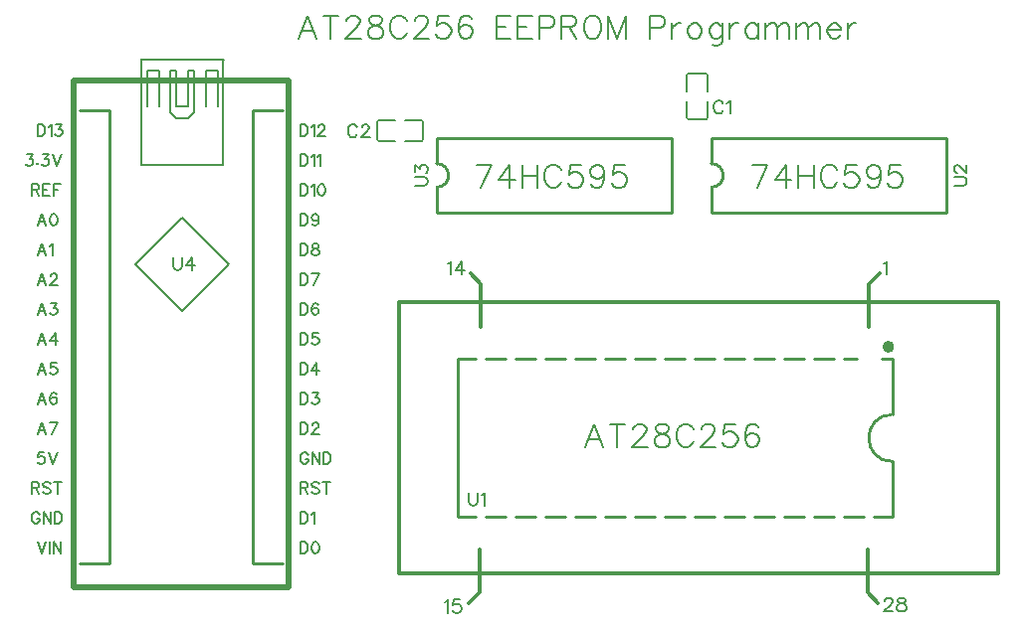
<source format=gto>
G04 Layer: TopSilkLayer*
G04 Gerber Generator version 0.2*
G04 Scale: 100 percent, Rotated: No, Reflected: No *
G04 Dimensions in millimeters *
G04 leading zeros omitted , absolute positions ,4 integer and 5 decimal *
%FSLAX45Y45*%
%MOMM*%

%ADD10C,0.2540*%
%ADD21C,0.5000*%
%ADD22C,0.3000*%
%ADD23C,0.1524*%
%ADD24C,0.5080*%
%ADD25C,0.2032*%

%LPD*%
D25*
X5825489Y1779778D02*
G01*
X5751576Y1585976D01*
X5825489Y1779778D02*
G01*
X5899403Y1585976D01*
X5779262Y1650492D02*
G01*
X5871717Y1650492D01*
X6024880Y1779778D02*
G01*
X6024880Y1585976D01*
X5960364Y1779778D02*
G01*
X6089650Y1779778D01*
X6159753Y1733550D02*
G01*
X6159753Y1742947D01*
X6169151Y1761489D01*
X6178296Y1770634D01*
X6196837Y1779778D01*
X6233667Y1779778D01*
X6252210Y1770634D01*
X6261353Y1761489D01*
X6270751Y1742947D01*
X6270751Y1724405D01*
X6261353Y1705863D01*
X6243066Y1678178D01*
X6150610Y1585976D01*
X6279896Y1585976D01*
X6387084Y1779778D02*
G01*
X6359398Y1770634D01*
X6350000Y1752092D01*
X6350000Y1733550D01*
X6359398Y1715262D01*
X6377685Y1705863D01*
X6414769Y1696720D01*
X6442455Y1687576D01*
X6460998Y1669034D01*
X6470142Y1650492D01*
X6470142Y1622805D01*
X6460998Y1604263D01*
X6451600Y1595120D01*
X6423914Y1585976D01*
X6387084Y1585976D01*
X6359398Y1595120D01*
X6350000Y1604263D01*
X6340855Y1622805D01*
X6340855Y1650492D01*
X6350000Y1669034D01*
X6368542Y1687576D01*
X6396228Y1696720D01*
X6433312Y1705863D01*
X6451600Y1715262D01*
X6460998Y1733550D01*
X6460998Y1752092D01*
X6451600Y1770634D01*
X6423914Y1779778D01*
X6387084Y1779778D01*
X6669785Y1733550D02*
G01*
X6660387Y1752092D01*
X6641846Y1770634D01*
X6623558Y1779778D01*
X6586473Y1779778D01*
X6568185Y1770634D01*
X6549644Y1752092D01*
X6540246Y1733550D01*
X6531101Y1705863D01*
X6531101Y1659889D01*
X6540246Y1631950D01*
X6549644Y1613662D01*
X6568185Y1595120D01*
X6586473Y1585976D01*
X6623558Y1585976D01*
X6641846Y1595120D01*
X6660387Y1613662D01*
X6669785Y1631950D01*
X6739889Y1733550D02*
G01*
X6739889Y1742947D01*
X6749034Y1761489D01*
X6758432Y1770634D01*
X6776719Y1779778D01*
X6813803Y1779778D01*
X6832346Y1770634D01*
X6841489Y1761489D01*
X6850634Y1742947D01*
X6850634Y1724405D01*
X6841489Y1705863D01*
X6822948Y1678178D01*
X6730746Y1585976D01*
X6860032Y1585976D01*
X7031735Y1779778D02*
G01*
X6939280Y1779778D01*
X6930135Y1696720D01*
X6939280Y1705863D01*
X6966966Y1715262D01*
X6994905Y1715262D01*
X7022592Y1705863D01*
X7040880Y1687576D01*
X7050278Y1659889D01*
X7050278Y1641347D01*
X7040880Y1613662D01*
X7022592Y1595120D01*
X6994905Y1585976D01*
X6966966Y1585976D01*
X6939280Y1595120D01*
X6930135Y1604263D01*
X6920992Y1622805D01*
X7221982Y1752092D02*
G01*
X7212837Y1770634D01*
X7185151Y1779778D01*
X7166610Y1779778D01*
X7138923Y1770634D01*
X7120382Y1742947D01*
X7111237Y1696720D01*
X7111237Y1650492D01*
X7120382Y1613662D01*
X7138923Y1595120D01*
X7166610Y1585976D01*
X7175753Y1585976D01*
X7203439Y1595120D01*
X7221982Y1613662D01*
X7231126Y1641347D01*
X7231126Y1650492D01*
X7221982Y1678178D01*
X7203439Y1696720D01*
X7175753Y1705863D01*
X7166610Y1705863D01*
X7138923Y1696720D01*
X7120382Y1678178D01*
X7111237Y1650492D01*
X3387089Y5259578D02*
G01*
X3313176Y5065776D01*
X3387089Y5259578D02*
G01*
X3461003Y5065776D01*
X3340862Y5130292D02*
G01*
X3433317Y5130292D01*
X3586480Y5259578D02*
G01*
X3586480Y5065776D01*
X3521964Y5259578D02*
G01*
X3651250Y5259578D01*
X3721353Y5213350D02*
G01*
X3721353Y5222747D01*
X3730751Y5241289D01*
X3739896Y5250434D01*
X3758437Y5259578D01*
X3795267Y5259578D01*
X3813810Y5250434D01*
X3822953Y5241289D01*
X3832351Y5222747D01*
X3832351Y5204205D01*
X3822953Y5185663D01*
X3804666Y5157978D01*
X3712210Y5065776D01*
X3841496Y5065776D01*
X3948684Y5259578D02*
G01*
X3920998Y5250434D01*
X3911600Y5231892D01*
X3911600Y5213350D01*
X3920998Y5195062D01*
X3939285Y5185663D01*
X3976369Y5176520D01*
X4004055Y5167376D01*
X4022598Y5148834D01*
X4031742Y5130292D01*
X4031742Y5102605D01*
X4022598Y5084063D01*
X4013200Y5074920D01*
X3985514Y5065776D01*
X3948684Y5065776D01*
X3920998Y5074920D01*
X3911600Y5084063D01*
X3902455Y5102605D01*
X3902455Y5130292D01*
X3911600Y5148834D01*
X3930142Y5167376D01*
X3957828Y5176520D01*
X3994912Y5185663D01*
X4013200Y5195062D01*
X4022598Y5213350D01*
X4022598Y5231892D01*
X4013200Y5250434D01*
X3985514Y5259578D01*
X3948684Y5259578D01*
X4231385Y5213350D02*
G01*
X4221987Y5231892D01*
X4203446Y5250434D01*
X4185157Y5259578D01*
X4148073Y5259578D01*
X4129785Y5250434D01*
X4111244Y5231892D01*
X4101846Y5213350D01*
X4092701Y5185663D01*
X4092701Y5139689D01*
X4101846Y5111750D01*
X4111244Y5093462D01*
X4129785Y5074920D01*
X4148073Y5065776D01*
X4185157Y5065776D01*
X4203446Y5074920D01*
X4221987Y5093462D01*
X4231385Y5111750D01*
X4301489Y5213350D02*
G01*
X4301489Y5222747D01*
X4310634Y5241289D01*
X4320032Y5250434D01*
X4338319Y5259578D01*
X4375403Y5259578D01*
X4393946Y5250434D01*
X4403089Y5241289D01*
X4412234Y5222747D01*
X4412234Y5204205D01*
X4403089Y5185663D01*
X4384548Y5157978D01*
X4292346Y5065776D01*
X4421632Y5065776D01*
X4593335Y5259578D02*
G01*
X4500880Y5259578D01*
X4491735Y5176520D01*
X4500880Y5185663D01*
X4528566Y5195062D01*
X4556505Y5195062D01*
X4584192Y5185663D01*
X4602480Y5167376D01*
X4611878Y5139689D01*
X4611878Y5121147D01*
X4602480Y5093462D01*
X4584192Y5074920D01*
X4556505Y5065776D01*
X4528566Y5065776D01*
X4500880Y5074920D01*
X4491735Y5084063D01*
X4482592Y5102605D01*
X4783582Y5231892D02*
G01*
X4774437Y5250434D01*
X4746751Y5259578D01*
X4728210Y5259578D01*
X4700523Y5250434D01*
X4681982Y5222747D01*
X4672837Y5176520D01*
X4672837Y5130292D01*
X4681982Y5093462D01*
X4700523Y5074920D01*
X4728210Y5065776D01*
X4737353Y5065776D01*
X4765039Y5074920D01*
X4783582Y5093462D01*
X4792726Y5121147D01*
X4792726Y5130292D01*
X4783582Y5157978D01*
X4765039Y5176520D01*
X4737353Y5185663D01*
X4728210Y5185663D01*
X4700523Y5176520D01*
X4681982Y5157978D01*
X4672837Y5130292D01*
X4995926Y5259578D02*
G01*
X4995926Y5065776D01*
X4995926Y5259578D02*
G01*
X5116067Y5259578D01*
X4995926Y5167376D02*
G01*
X5069839Y5167376D01*
X4995926Y5065776D02*
G01*
X5116067Y5065776D01*
X5177028Y5259578D02*
G01*
X5177028Y5065776D01*
X5177028Y5259578D02*
G01*
X5297169Y5259578D01*
X5177028Y5167376D02*
G01*
X5250942Y5167376D01*
X5177028Y5065776D02*
G01*
X5297169Y5065776D01*
X5358130Y5259578D02*
G01*
X5358130Y5065776D01*
X5358130Y5259578D02*
G01*
X5441187Y5259578D01*
X5468873Y5250434D01*
X5478271Y5241289D01*
X5487416Y5222747D01*
X5487416Y5195062D01*
X5478271Y5176520D01*
X5468873Y5167376D01*
X5441187Y5157978D01*
X5358130Y5157978D01*
X5548376Y5259578D02*
G01*
X5548376Y5065776D01*
X5548376Y5259578D02*
G01*
X5631434Y5259578D01*
X5659119Y5250434D01*
X5668517Y5241289D01*
X5677662Y5222747D01*
X5677662Y5204205D01*
X5668517Y5185663D01*
X5659119Y5176520D01*
X5631434Y5167376D01*
X5548376Y5167376D01*
X5613146Y5167376D02*
G01*
X5677662Y5065776D01*
X5793994Y5259578D02*
G01*
X5775705Y5250434D01*
X5757164Y5231892D01*
X5747766Y5213350D01*
X5738621Y5185663D01*
X5738621Y5139689D01*
X5747766Y5111750D01*
X5757164Y5093462D01*
X5775705Y5074920D01*
X5793994Y5065776D01*
X5831078Y5065776D01*
X5849366Y5074920D01*
X5867907Y5093462D01*
X5877305Y5111750D01*
X5886450Y5139689D01*
X5886450Y5185663D01*
X5877305Y5213350D01*
X5867907Y5231892D01*
X5849366Y5250434D01*
X5831078Y5259578D01*
X5793994Y5259578D01*
X5947410Y5259578D02*
G01*
X5947410Y5065776D01*
X5947410Y5259578D02*
G01*
X6021323Y5065776D01*
X6095237Y5259578D02*
G01*
X6021323Y5065776D01*
X6095237Y5259578D02*
G01*
X6095237Y5065776D01*
X6298437Y5259578D02*
G01*
X6298437Y5065776D01*
X6298437Y5259578D02*
G01*
X6381496Y5259578D01*
X6409182Y5250434D01*
X6418326Y5241289D01*
X6427723Y5222747D01*
X6427723Y5195062D01*
X6418326Y5176520D01*
X6409182Y5167376D01*
X6381496Y5157978D01*
X6298437Y5157978D01*
X6488684Y5195062D02*
G01*
X6488684Y5065776D01*
X6488684Y5139689D02*
G01*
X6497828Y5167376D01*
X6516369Y5185663D01*
X6534912Y5195062D01*
X6562598Y5195062D01*
X6669785Y5195062D02*
G01*
X6651244Y5185663D01*
X6632701Y5167376D01*
X6623558Y5139689D01*
X6623558Y5121147D01*
X6632701Y5093462D01*
X6651244Y5074920D01*
X6669785Y5065776D01*
X6697471Y5065776D01*
X6715760Y5074920D01*
X6734301Y5093462D01*
X6743446Y5121147D01*
X6743446Y5139689D01*
X6734301Y5167376D01*
X6715760Y5185663D01*
X6697471Y5195062D01*
X6669785Y5195062D01*
X6915403Y5195062D02*
G01*
X6915403Y5047234D01*
X6906005Y5019547D01*
X6896862Y5010150D01*
X6878319Y5001005D01*
X6850634Y5001005D01*
X6832346Y5010150D01*
X6915403Y5167376D02*
G01*
X6896862Y5185663D01*
X6878319Y5195062D01*
X6850634Y5195062D01*
X6832346Y5185663D01*
X6813803Y5167376D01*
X6804405Y5139689D01*
X6804405Y5121147D01*
X6813803Y5093462D01*
X6832346Y5074920D01*
X6850634Y5065776D01*
X6878319Y5065776D01*
X6896862Y5074920D01*
X6915403Y5093462D01*
X6976364Y5195062D02*
G01*
X6976364Y5065776D01*
X6976364Y5139689D02*
G01*
X6985508Y5167376D01*
X7004050Y5185663D01*
X7022592Y5195062D01*
X7050278Y5195062D01*
X7221982Y5195062D02*
G01*
X7221982Y5065776D01*
X7221982Y5167376D02*
G01*
X7203439Y5185663D01*
X7185151Y5195062D01*
X7157466Y5195062D01*
X7138923Y5185663D01*
X7120382Y5167376D01*
X7111237Y5139689D01*
X7111237Y5121147D01*
X7120382Y5093462D01*
X7138923Y5074920D01*
X7157466Y5065776D01*
X7185151Y5065776D01*
X7203439Y5074920D01*
X7221982Y5093462D01*
X7282942Y5195062D02*
G01*
X7282942Y5065776D01*
X7282942Y5157978D02*
G01*
X7310628Y5185663D01*
X7329169Y5195062D01*
X7356855Y5195062D01*
X7375398Y5185663D01*
X7384542Y5157978D01*
X7384542Y5065776D01*
X7384542Y5157978D02*
G01*
X7412228Y5185663D01*
X7430769Y5195062D01*
X7458455Y5195062D01*
X7476998Y5185663D01*
X7486142Y5157978D01*
X7486142Y5065776D01*
X7547101Y5195062D02*
G01*
X7547101Y5065776D01*
X7547101Y5157978D02*
G01*
X7574787Y5185663D01*
X7593330Y5195062D01*
X7621016Y5195062D01*
X7639558Y5185663D01*
X7648701Y5157978D01*
X7648701Y5065776D01*
X7648701Y5157978D02*
G01*
X7676387Y5185663D01*
X7694930Y5195062D01*
X7722616Y5195062D01*
X7741158Y5185663D01*
X7750301Y5157978D01*
X7750301Y5065776D01*
X7811262Y5139689D02*
G01*
X7922005Y5139689D01*
X7922005Y5157978D01*
X7912862Y5176520D01*
X7903717Y5185663D01*
X7885176Y5195062D01*
X7857489Y5195062D01*
X7838948Y5185663D01*
X7820405Y5167376D01*
X7811262Y5139689D01*
X7811262Y5121147D01*
X7820405Y5093462D01*
X7838948Y5074920D01*
X7857489Y5065776D01*
X7885176Y5065776D01*
X7903717Y5074920D01*
X7922005Y5093462D01*
X7982966Y5195062D02*
G01*
X7982966Y5065776D01*
X7982966Y5139689D02*
G01*
X7992364Y5167376D01*
X8010905Y5185663D01*
X8029194Y5195062D01*
X8056880Y5195062D01*
X7303262Y3989578D02*
G01*
X7210805Y3795776D01*
X7173976Y3989578D02*
G01*
X7303262Y3989578D01*
X7456678Y3989578D02*
G01*
X7364221Y3860292D01*
X7502905Y3860292D01*
X7456678Y3989578D02*
G01*
X7456678Y3795776D01*
X7563866Y3989578D02*
G01*
X7563866Y3795776D01*
X7693151Y3989578D02*
G01*
X7693151Y3795776D01*
X7563866Y3897376D02*
G01*
X7693151Y3897376D01*
X7892542Y3943350D02*
G01*
X7883398Y3961892D01*
X7864855Y3980434D01*
X7846314Y3989578D01*
X7809484Y3989578D01*
X7790942Y3980434D01*
X7772400Y3961892D01*
X7763255Y3943350D01*
X7754112Y3915663D01*
X7754112Y3869689D01*
X7763255Y3841750D01*
X7772400Y3823462D01*
X7790942Y3804920D01*
X7809484Y3795776D01*
X7846314Y3795776D01*
X7864855Y3804920D01*
X7883398Y3823462D01*
X7892542Y3841750D01*
X8064246Y3989578D02*
G01*
X7972044Y3989578D01*
X7962646Y3906520D01*
X7972044Y3915663D01*
X7999730Y3925062D01*
X8027416Y3925062D01*
X8055101Y3915663D01*
X8073644Y3897376D01*
X8082787Y3869689D01*
X8082787Y3851147D01*
X8073644Y3823462D01*
X8055101Y3804920D01*
X8027416Y3795776D01*
X7999730Y3795776D01*
X7972044Y3804920D01*
X7962646Y3814063D01*
X7953501Y3832605D01*
X8263889Y3925062D02*
G01*
X8254746Y3897376D01*
X8236203Y3878834D01*
X8208517Y3869689D01*
X8199119Y3869689D01*
X8171434Y3878834D01*
X8153146Y3897376D01*
X8143748Y3925062D01*
X8143748Y3934205D01*
X8153146Y3961892D01*
X8171434Y3980434D01*
X8199119Y3989578D01*
X8208517Y3989578D01*
X8236203Y3980434D01*
X8254746Y3961892D01*
X8263889Y3925062D01*
X8263889Y3878834D01*
X8254746Y3832605D01*
X8236203Y3804920D01*
X8208517Y3795776D01*
X8189976Y3795776D01*
X8162289Y3804920D01*
X8153146Y3823462D01*
X8435594Y3989578D02*
G01*
X8343392Y3989578D01*
X8333994Y3906520D01*
X8343392Y3915663D01*
X8371078Y3925062D01*
X8398764Y3925062D01*
X8426450Y3915663D01*
X8444992Y3897376D01*
X8454135Y3869689D01*
X8454135Y3851147D01*
X8444992Y3823462D01*
X8426450Y3804920D01*
X8398764Y3795776D01*
X8371078Y3795776D01*
X8343392Y3804920D01*
X8333994Y3814063D01*
X8324850Y3832605D01*
X4953762Y3989578D02*
G01*
X4861305Y3795776D01*
X4824476Y3989578D02*
G01*
X4953762Y3989578D01*
X5107178Y3989578D02*
G01*
X5014721Y3860292D01*
X5153405Y3860292D01*
X5107178Y3989578D02*
G01*
X5107178Y3795776D01*
X5214366Y3989578D02*
G01*
X5214366Y3795776D01*
X5343651Y3989578D02*
G01*
X5343651Y3795776D01*
X5214366Y3897376D02*
G01*
X5343651Y3897376D01*
X5543042Y3943350D02*
G01*
X5533898Y3961892D01*
X5515355Y3980434D01*
X5496814Y3989578D01*
X5459984Y3989578D01*
X5441442Y3980434D01*
X5422900Y3961892D01*
X5413755Y3943350D01*
X5404612Y3915663D01*
X5404612Y3869689D01*
X5413755Y3841750D01*
X5422900Y3823462D01*
X5441442Y3804920D01*
X5459984Y3795776D01*
X5496814Y3795776D01*
X5515355Y3804920D01*
X5533898Y3823462D01*
X5543042Y3841750D01*
X5714746Y3989578D02*
G01*
X5622544Y3989578D01*
X5613146Y3906520D01*
X5622544Y3915663D01*
X5650230Y3925062D01*
X5677916Y3925062D01*
X5705601Y3915663D01*
X5724144Y3897376D01*
X5733287Y3869689D01*
X5733287Y3851147D01*
X5724144Y3823462D01*
X5705601Y3804920D01*
X5677916Y3795776D01*
X5650230Y3795776D01*
X5622544Y3804920D01*
X5613146Y3814063D01*
X5604001Y3832605D01*
X5914389Y3925062D02*
G01*
X5905246Y3897376D01*
X5886703Y3878834D01*
X5859017Y3869689D01*
X5849619Y3869689D01*
X5821934Y3878834D01*
X5803646Y3897376D01*
X5794248Y3925062D01*
X5794248Y3934205D01*
X5803646Y3961892D01*
X5821934Y3980434D01*
X5849619Y3989578D01*
X5859017Y3989578D01*
X5886703Y3980434D01*
X5905246Y3961892D01*
X5914389Y3925062D01*
X5914389Y3878834D01*
X5905246Y3832605D01*
X5886703Y3804920D01*
X5859017Y3795776D01*
X5840476Y3795776D01*
X5812789Y3804920D01*
X5803646Y3823462D01*
X6086094Y3989578D02*
G01*
X5993892Y3989578D01*
X5984494Y3906520D01*
X5993892Y3915663D01*
X6021578Y3925062D01*
X6049264Y3925062D01*
X6076950Y3915663D01*
X6095492Y3897376D01*
X6104635Y3869689D01*
X6104635Y3851147D01*
X6095492Y3823462D01*
X6076950Y3804920D01*
X6049264Y3795776D01*
X6021578Y3795776D01*
X5993892Y3804920D01*
X5984494Y3814063D01*
X5975350Y3832605D01*
X8291576Y3147313D02*
G01*
X8302498Y3152647D01*
X8318753Y3169157D01*
X8318753Y3054604D01*
X4583176Y3147313D02*
G01*
X4594098Y3152647D01*
X4610353Y3169157D01*
X4610353Y3054604D01*
X4701032Y3169157D02*
G01*
X4646421Y3092704D01*
X4728210Y3092704D01*
X4701032Y3169157D02*
G01*
X4701032Y3054604D01*
X8296910Y271526D02*
G01*
X8296910Y277113D01*
X8302498Y288036D01*
X8307832Y293370D01*
X8318753Y298957D01*
X8340598Y298957D01*
X8351519Y293370D01*
X8357108Y288036D01*
X8362442Y277113D01*
X8362442Y266192D01*
X8357108Y255270D01*
X8346185Y239013D01*
X8291576Y184404D01*
X8368030Y184404D01*
X8431276Y298957D02*
G01*
X8414766Y293370D01*
X8409432Y282447D01*
X8409432Y271526D01*
X8414766Y260604D01*
X8425687Y255270D01*
X8447532Y249681D01*
X8464042Y244347D01*
X8474964Y233426D01*
X8480298Y222504D01*
X8480298Y206247D01*
X8474964Y195326D01*
X8469376Y189737D01*
X8453119Y184404D01*
X8431276Y184404D01*
X8414766Y189737D01*
X8409432Y195326D01*
X8403844Y206247D01*
X8403844Y222504D01*
X8409432Y233426D01*
X8420353Y244347D01*
X8436610Y249681D01*
X8458453Y255270D01*
X8469376Y260604D01*
X8474964Y271526D01*
X8474964Y282447D01*
X8469376Y293370D01*
X8453119Y298957D01*
X8431276Y298957D01*
X4557776Y264413D02*
G01*
X4568698Y269747D01*
X4584953Y286257D01*
X4584953Y171704D01*
X4686553Y286257D02*
G01*
X4631944Y286257D01*
X4626610Y236981D01*
X4631944Y242570D01*
X4648200Y247904D01*
X4664710Y247904D01*
X4680966Y242570D01*
X4691887Y231647D01*
X4697476Y215392D01*
X4697476Y204470D01*
X4691887Y187960D01*
X4680966Y177037D01*
X4664710Y171704D01*
X4648200Y171704D01*
X4631944Y177037D01*
X4626610Y182626D01*
X4621021Y193547D01*
D23*
X6921753Y4509007D02*
G01*
X6916419Y4519421D01*
X6906005Y4529836D01*
X6895846Y4534915D01*
X6875017Y4534915D01*
X6864603Y4529836D01*
X6854189Y4519421D01*
X6848855Y4509007D01*
X6843776Y4493260D01*
X6843776Y4467352D01*
X6848855Y4451857D01*
X6854189Y4441444D01*
X6864603Y4431029D01*
X6875017Y4425950D01*
X6895846Y4425950D01*
X6906005Y4431029D01*
X6916419Y4441444D01*
X6921753Y4451857D01*
X6956044Y4514087D02*
G01*
X6966458Y4519421D01*
X6981951Y4534915D01*
X6981951Y4425950D01*
X3810253Y4305807D02*
G01*
X3804919Y4316221D01*
X3794505Y4326636D01*
X3784346Y4331715D01*
X3763517Y4331715D01*
X3753103Y4326636D01*
X3742689Y4316221D01*
X3737355Y4305807D01*
X3732276Y4290060D01*
X3732276Y4264152D01*
X3737355Y4248657D01*
X3742689Y4238244D01*
X3753103Y4227829D01*
X3763517Y4222750D01*
X3784346Y4222750D01*
X3794505Y4227829D01*
X3804919Y4238244D01*
X3810253Y4248657D01*
X3849623Y4305807D02*
G01*
X3849623Y4310887D01*
X3854957Y4321302D01*
X3860037Y4326636D01*
X3870451Y4331715D01*
X3891280Y4331715D01*
X3901694Y4326636D01*
X3906773Y4321302D01*
X3912107Y4310887D01*
X3912107Y4300473D01*
X3906773Y4290060D01*
X3896360Y4274565D01*
X3844544Y4222750D01*
X3917187Y4222750D01*
X4760976Y1194813D02*
G01*
X4760976Y1116835D01*
X4766055Y1101341D01*
X4776469Y1090927D01*
X4792217Y1085847D01*
X4802632Y1085847D01*
X4818126Y1090927D01*
X4828539Y1101341D01*
X4833619Y1116835D01*
X4833619Y1194813D01*
X4867910Y1173985D02*
G01*
X4878323Y1179319D01*
X4894071Y1194813D01*
X4894071Y1085847D01*
X8887460Y3810000D02*
G01*
X8965437Y3810000D01*
X8980932Y3815079D01*
X8991346Y3825494D01*
X8996426Y3841242D01*
X8996426Y3851655D01*
X8991346Y3867150D01*
X8980932Y3877563D01*
X8965437Y3882644D01*
X8887460Y3882644D01*
X8913367Y3922268D02*
G01*
X8908287Y3922268D01*
X8897874Y3927347D01*
X8892539Y3932681D01*
X8887460Y3943095D01*
X8887460Y3963670D01*
X8892539Y3974084D01*
X8897874Y3979418D01*
X8908287Y3984497D01*
X8918701Y3984497D01*
X8929116Y3979418D01*
X8944610Y3969004D01*
X8996426Y3916934D01*
X8996426Y3989831D01*
X4302760Y3810000D02*
G01*
X4380737Y3810000D01*
X4396232Y3815079D01*
X4406646Y3825494D01*
X4411726Y3841242D01*
X4411726Y3851655D01*
X4406646Y3867150D01*
X4396232Y3877563D01*
X4380737Y3882644D01*
X4302760Y3882644D01*
X4302760Y3927347D02*
G01*
X4302760Y3984497D01*
X4344416Y3953510D01*
X4344416Y3969004D01*
X4349496Y3979418D01*
X4354576Y3984497D01*
X4370323Y3989831D01*
X4380737Y3989831D01*
X4396232Y3984497D01*
X4406646Y3974084D01*
X4411726Y3958589D01*
X4411726Y3943095D01*
X4406646Y3927347D01*
X4401566Y3922268D01*
X4391151Y3916934D01*
X2246376Y3201415D02*
G01*
X2246376Y3123437D01*
X2251455Y3107944D01*
X2261869Y3097529D01*
X2277617Y3092450D01*
X2288032Y3092450D01*
X2303526Y3097529D01*
X2313939Y3107944D01*
X2319019Y3123437D01*
X2319019Y3201415D01*
X2405380Y3201415D02*
G01*
X2353310Y3128771D01*
X2431287Y3128771D01*
X2405380Y3201415D02*
G01*
X2405380Y3092450D01*
D25*
X1090676Y4331715D02*
G01*
X1090676Y4234687D01*
X1090676Y4331715D02*
G01*
X1122934Y4331715D01*
X1136904Y4326889D01*
X1146047Y4317745D01*
X1150620Y4308602D01*
X1155446Y4294631D01*
X1155446Y4271518D01*
X1150620Y4257802D01*
X1146047Y4248404D01*
X1136904Y4239260D01*
X1122934Y4234687D01*
X1090676Y4234687D01*
X1185926Y4313173D02*
G01*
X1195070Y4317745D01*
X1208786Y4331715D01*
X1208786Y4234687D01*
X1248664Y4331715D02*
G01*
X1299464Y4331715D01*
X1271778Y4294631D01*
X1285494Y4294631D01*
X1294892Y4290060D01*
X1299464Y4285487D01*
X1304035Y4271518D01*
X1304035Y4262373D01*
X1299464Y4248404D01*
X1290066Y4239260D01*
X1276350Y4234687D01*
X1262380Y4234687D01*
X1248664Y4239260D01*
X1244092Y4243831D01*
X1239266Y4253229D01*
X998220Y4077715D02*
G01*
X1049020Y4077715D01*
X1021334Y4040631D01*
X1035304Y4040631D01*
X1044447Y4036060D01*
X1049020Y4031487D01*
X1053846Y4017518D01*
X1053846Y4008373D01*
X1049020Y3994404D01*
X1039876Y3985260D01*
X1025905Y3980687D01*
X1012189Y3980687D01*
X998220Y3985260D01*
X993647Y3989831D01*
X989076Y3999229D01*
X1088897Y4003802D02*
G01*
X1084326Y3999229D01*
X1088897Y3994404D01*
X1093470Y3999229D01*
X1088897Y4003802D01*
X1133094Y4077715D02*
G01*
X1183894Y4077715D01*
X1156207Y4040631D01*
X1170178Y4040631D01*
X1179321Y4036060D01*
X1183894Y4031487D01*
X1188465Y4017518D01*
X1188465Y4008373D01*
X1183894Y3994404D01*
X1174750Y3985260D01*
X1160780Y3980687D01*
X1147063Y3980687D01*
X1133094Y3985260D01*
X1128521Y3989831D01*
X1123950Y3999229D01*
X1218946Y4077715D02*
G01*
X1256030Y3980687D01*
X1292860Y4077715D02*
G01*
X1256030Y3980687D01*
X1039876Y3823715D02*
G01*
X1039876Y3726687D01*
X1039876Y3823715D02*
G01*
X1081531Y3823715D01*
X1095247Y3818889D01*
X1099820Y3814318D01*
X1104646Y3805173D01*
X1104646Y3796029D01*
X1099820Y3786631D01*
X1095247Y3782060D01*
X1081531Y3777487D01*
X1039876Y3777487D01*
X1072134Y3777487D02*
G01*
X1104646Y3726687D01*
X1135126Y3823715D02*
G01*
X1135126Y3726687D01*
X1135126Y3823715D02*
G01*
X1195070Y3823715D01*
X1135126Y3777487D02*
G01*
X1171955Y3777487D01*
X1135126Y3726687D02*
G01*
X1195070Y3726687D01*
X1225550Y3823715D02*
G01*
X1225550Y3726687D01*
X1225550Y3823715D02*
G01*
X1285494Y3823715D01*
X1225550Y3777487D02*
G01*
X1262380Y3777487D01*
X1127505Y3061715D02*
G01*
X1090676Y2964687D01*
X1127505Y3061715D02*
G01*
X1164589Y2964687D01*
X1104646Y2996945D02*
G01*
X1150620Y2996945D01*
X1199642Y3038602D02*
G01*
X1199642Y3043173D01*
X1204213Y3052318D01*
X1208786Y3056889D01*
X1218184Y3061715D01*
X1236726Y3061715D01*
X1245869Y3056889D01*
X1250442Y3052318D01*
X1255014Y3043173D01*
X1255014Y3034029D01*
X1250442Y3024631D01*
X1241298Y3010915D01*
X1195070Y2964687D01*
X1259585Y2964687D01*
X1127505Y3315715D02*
G01*
X1090676Y3218687D01*
X1127505Y3315715D02*
G01*
X1164589Y3218687D01*
X1104646Y3250945D02*
G01*
X1150620Y3250945D01*
X1195070Y3297173D02*
G01*
X1204213Y3301745D01*
X1218184Y3315715D01*
X1218184Y3218687D01*
X1127505Y3569715D02*
G01*
X1090676Y3472687D01*
X1127505Y3569715D02*
G01*
X1164589Y3472687D01*
X1104646Y3504945D02*
G01*
X1150620Y3504945D01*
X1222755Y3569715D02*
G01*
X1208786Y3564889D01*
X1199642Y3551173D01*
X1195070Y3528060D01*
X1195070Y3514089D01*
X1199642Y3491229D01*
X1208786Y3477260D01*
X1222755Y3472687D01*
X1231900Y3472687D01*
X1245869Y3477260D01*
X1255014Y3491229D01*
X1259585Y3514089D01*
X1259585Y3528060D01*
X1255014Y3551173D01*
X1245869Y3564889D01*
X1231900Y3569715D01*
X1222755Y3569715D01*
X1127505Y2299715D02*
G01*
X1090676Y2202687D01*
X1127505Y2299715D02*
G01*
X1164589Y2202687D01*
X1104646Y2234945D02*
G01*
X1150620Y2234945D01*
X1250442Y2299715D02*
G01*
X1204213Y2299715D01*
X1199642Y2258060D01*
X1204213Y2262631D01*
X1218184Y2267204D01*
X1231900Y2267204D01*
X1245869Y2262631D01*
X1255014Y2253487D01*
X1259585Y2239518D01*
X1259585Y2230373D01*
X1255014Y2216404D01*
X1245869Y2207260D01*
X1231900Y2202687D01*
X1218184Y2202687D01*
X1204213Y2207260D01*
X1199642Y2211831D01*
X1195070Y2221229D01*
X1127505Y2553715D02*
G01*
X1090676Y2456687D01*
X1127505Y2553715D02*
G01*
X1164589Y2456687D01*
X1104646Y2488945D02*
G01*
X1150620Y2488945D01*
X1241298Y2553715D02*
G01*
X1195070Y2488945D01*
X1264412Y2488945D01*
X1241298Y2553715D02*
G01*
X1241298Y2456687D01*
X1127505Y2807715D02*
G01*
X1090676Y2710687D01*
X1127505Y2807715D02*
G01*
X1164589Y2710687D01*
X1104646Y2742945D02*
G01*
X1150620Y2742945D01*
X1204213Y2807715D02*
G01*
X1255014Y2807715D01*
X1227328Y2770631D01*
X1241298Y2770631D01*
X1250442Y2766060D01*
X1255014Y2761487D01*
X1259585Y2747518D01*
X1259585Y2738373D01*
X1255014Y2724404D01*
X1245869Y2715260D01*
X1231900Y2710687D01*
X1218184Y2710687D01*
X1204213Y2715260D01*
X1199642Y2719831D01*
X1195070Y2729229D01*
X1146047Y1537715D02*
G01*
X1099820Y1537715D01*
X1095247Y1496060D01*
X1099820Y1500631D01*
X1113789Y1505204D01*
X1127505Y1505204D01*
X1141476Y1500631D01*
X1150620Y1491487D01*
X1155446Y1477518D01*
X1155446Y1468373D01*
X1150620Y1454404D01*
X1141476Y1445260D01*
X1127505Y1440687D01*
X1113789Y1440687D01*
X1099820Y1445260D01*
X1095247Y1449831D01*
X1090676Y1459229D01*
X1185926Y1537715D02*
G01*
X1222755Y1440687D01*
X1259585Y1537715D02*
G01*
X1222755Y1440687D01*
X1127505Y1791715D02*
G01*
X1090676Y1694687D01*
X1127505Y1791715D02*
G01*
X1164589Y1694687D01*
X1104646Y1726945D02*
G01*
X1150620Y1726945D01*
X1259585Y1791715D02*
G01*
X1213612Y1694687D01*
X1195070Y1791715D02*
G01*
X1259585Y1791715D01*
X1127505Y2045715D02*
G01*
X1090676Y1948687D01*
X1127505Y2045715D02*
G01*
X1164589Y1948687D01*
X1104646Y1980945D02*
G01*
X1150620Y1980945D01*
X1250442Y2031745D02*
G01*
X1245869Y2040889D01*
X1231900Y2045715D01*
X1222755Y2045715D01*
X1208786Y2040889D01*
X1199642Y2027173D01*
X1195070Y2004060D01*
X1195070Y1980945D01*
X1199642Y1962404D01*
X1208786Y1953260D01*
X1222755Y1948687D01*
X1227328Y1948687D01*
X1241298Y1953260D01*
X1250442Y1962404D01*
X1255014Y1976373D01*
X1255014Y1980945D01*
X1250442Y1994915D01*
X1241298Y2004060D01*
X1227328Y2008631D01*
X1222755Y2008631D01*
X1208786Y2004060D01*
X1199642Y1994915D01*
X1195070Y1980945D01*
X1090676Y775715D02*
G01*
X1127505Y678687D01*
X1164589Y775715D02*
G01*
X1127505Y678687D01*
X1195070Y775715D02*
G01*
X1195070Y678687D01*
X1225550Y775715D02*
G01*
X1225550Y678687D01*
X1225550Y775715D02*
G01*
X1290066Y678687D01*
X1290066Y775715D02*
G01*
X1290066Y678687D01*
X1109218Y1006602D02*
G01*
X1104646Y1015745D01*
X1095247Y1024889D01*
X1086104Y1029715D01*
X1067562Y1029715D01*
X1058418Y1024889D01*
X1049020Y1015745D01*
X1044447Y1006602D01*
X1039876Y992631D01*
X1039876Y969518D01*
X1044447Y955802D01*
X1049020Y946404D01*
X1058418Y937260D01*
X1067562Y932687D01*
X1086104Y932687D01*
X1095247Y937260D01*
X1104646Y946404D01*
X1109218Y955802D01*
X1109218Y969518D01*
X1086104Y969518D02*
G01*
X1109218Y969518D01*
X1139697Y1029715D02*
G01*
X1139697Y932687D01*
X1139697Y1029715D02*
G01*
X1204213Y932687D01*
X1204213Y1029715D02*
G01*
X1204213Y932687D01*
X1234694Y1029715D02*
G01*
X1234694Y932687D01*
X1234694Y1029715D02*
G01*
X1267205Y1029715D01*
X1280921Y1024889D01*
X1290066Y1015745D01*
X1294892Y1006602D01*
X1299464Y992631D01*
X1299464Y969518D01*
X1294892Y955802D01*
X1290066Y946404D01*
X1280921Y937260D01*
X1267205Y932687D01*
X1234694Y932687D01*
X1039876Y1283715D02*
G01*
X1039876Y1186687D01*
X1039876Y1283715D02*
G01*
X1081531Y1283715D01*
X1095247Y1278889D01*
X1099820Y1274318D01*
X1104646Y1265173D01*
X1104646Y1256029D01*
X1099820Y1246631D01*
X1095247Y1242060D01*
X1081531Y1237487D01*
X1039876Y1237487D01*
X1072134Y1237487D02*
G01*
X1104646Y1186687D01*
X1199642Y1269745D02*
G01*
X1190497Y1278889D01*
X1176528Y1283715D01*
X1157986Y1283715D01*
X1144270Y1278889D01*
X1135126Y1269745D01*
X1135126Y1260602D01*
X1139697Y1251204D01*
X1144270Y1246631D01*
X1153413Y1242060D01*
X1181100Y1232915D01*
X1190497Y1228089D01*
X1195070Y1223518D01*
X1199642Y1214373D01*
X1199642Y1200404D01*
X1190497Y1191260D01*
X1176528Y1186687D01*
X1157986Y1186687D01*
X1144270Y1191260D01*
X1135126Y1200404D01*
X1262380Y1283715D02*
G01*
X1262380Y1186687D01*
X1230121Y1283715D02*
G01*
X1294892Y1283715D01*
X3325876Y1283715D02*
G01*
X3325876Y1186687D01*
X3325876Y1283715D02*
G01*
X3367532Y1283715D01*
X3381248Y1278889D01*
X3385819Y1274318D01*
X3390646Y1265173D01*
X3390646Y1256029D01*
X3385819Y1246631D01*
X3381248Y1242060D01*
X3367532Y1237487D01*
X3325876Y1237487D01*
X3358134Y1237487D02*
G01*
X3390646Y1186687D01*
X3485642Y1269745D02*
G01*
X3476498Y1278889D01*
X3462528Y1283715D01*
X3443985Y1283715D01*
X3430269Y1278889D01*
X3421126Y1269745D01*
X3421126Y1260602D01*
X3425698Y1251204D01*
X3430269Y1246631D01*
X3439414Y1242060D01*
X3467100Y1232915D01*
X3476498Y1228089D01*
X3481069Y1223518D01*
X3485642Y1214373D01*
X3485642Y1200404D01*
X3476498Y1191260D01*
X3462528Y1186687D01*
X3443985Y1186687D01*
X3430269Y1191260D01*
X3421126Y1200404D01*
X3548380Y1283715D02*
G01*
X3548380Y1186687D01*
X3516121Y1283715D02*
G01*
X3580892Y1283715D01*
X3325876Y1029715D02*
G01*
X3325876Y932687D01*
X3325876Y1029715D02*
G01*
X3358134Y1029715D01*
X3372103Y1024889D01*
X3381248Y1015745D01*
X3385819Y1006602D01*
X3390646Y992631D01*
X3390646Y969518D01*
X3385819Y955802D01*
X3381248Y946404D01*
X3372103Y937260D01*
X3358134Y932687D01*
X3325876Y932687D01*
X3421126Y1011173D02*
G01*
X3430269Y1015745D01*
X3443985Y1029715D01*
X3443985Y932687D01*
X3325876Y775715D02*
G01*
X3325876Y678687D01*
X3325876Y775715D02*
G01*
X3358134Y775715D01*
X3372103Y770889D01*
X3381248Y761745D01*
X3385819Y752602D01*
X3390646Y738631D01*
X3390646Y715518D01*
X3385819Y701802D01*
X3381248Y692404D01*
X3372103Y683260D01*
X3358134Y678687D01*
X3325876Y678687D01*
X3448812Y775715D02*
G01*
X3434842Y770889D01*
X3425698Y757173D01*
X3421126Y734060D01*
X3421126Y720089D01*
X3425698Y697229D01*
X3434842Y683260D01*
X3448812Y678687D01*
X3457955Y678687D01*
X3471926Y683260D01*
X3481069Y697229D01*
X3485642Y720089D01*
X3485642Y734060D01*
X3481069Y757173D01*
X3471926Y770889D01*
X3457955Y775715D01*
X3448812Y775715D01*
X3325876Y2045715D02*
G01*
X3325876Y1948687D01*
X3325876Y2045715D02*
G01*
X3358134Y2045715D01*
X3372103Y2040889D01*
X3381248Y2031745D01*
X3385819Y2022602D01*
X3390646Y2008631D01*
X3390646Y1985518D01*
X3385819Y1971802D01*
X3381248Y1962404D01*
X3372103Y1953260D01*
X3358134Y1948687D01*
X3325876Y1948687D01*
X3430269Y2045715D02*
G01*
X3481069Y2045715D01*
X3453384Y2008631D01*
X3467100Y2008631D01*
X3476498Y2004060D01*
X3481069Y1999487D01*
X3485642Y1985518D01*
X3485642Y1976373D01*
X3481069Y1962404D01*
X3471926Y1953260D01*
X3457955Y1948687D01*
X3443985Y1948687D01*
X3430269Y1953260D01*
X3425698Y1957831D01*
X3421126Y1967229D01*
X3325876Y1791715D02*
G01*
X3325876Y1694687D01*
X3325876Y1791715D02*
G01*
X3358134Y1791715D01*
X3372103Y1786889D01*
X3381248Y1777745D01*
X3385819Y1768602D01*
X3390646Y1754631D01*
X3390646Y1731518D01*
X3385819Y1717802D01*
X3381248Y1708404D01*
X3372103Y1699260D01*
X3358134Y1694687D01*
X3325876Y1694687D01*
X3425698Y1768602D02*
G01*
X3425698Y1773173D01*
X3430269Y1782318D01*
X3434842Y1786889D01*
X3443985Y1791715D01*
X3462528Y1791715D01*
X3471926Y1786889D01*
X3476498Y1782318D01*
X3481069Y1773173D01*
X3481069Y1764029D01*
X3476498Y1754631D01*
X3467100Y1740915D01*
X3421126Y1694687D01*
X3485642Y1694687D01*
X3395217Y1514602D02*
G01*
X3390646Y1523745D01*
X3381248Y1532889D01*
X3372103Y1537715D01*
X3353562Y1537715D01*
X3344417Y1532889D01*
X3335019Y1523745D01*
X3330448Y1514602D01*
X3325876Y1500631D01*
X3325876Y1477518D01*
X3330448Y1463802D01*
X3335019Y1454404D01*
X3344417Y1445260D01*
X3353562Y1440687D01*
X3372103Y1440687D01*
X3381248Y1445260D01*
X3390646Y1454404D01*
X3395217Y1463802D01*
X3395217Y1477518D01*
X3372103Y1477518D02*
G01*
X3395217Y1477518D01*
X3425698Y1537715D02*
G01*
X3425698Y1440687D01*
X3425698Y1537715D02*
G01*
X3490214Y1440687D01*
X3490214Y1537715D02*
G01*
X3490214Y1440687D01*
X3520694Y1537715D02*
G01*
X3520694Y1440687D01*
X3520694Y1537715D02*
G01*
X3553205Y1537715D01*
X3566921Y1532889D01*
X3576066Y1523745D01*
X3580892Y1514602D01*
X3585464Y1500631D01*
X3585464Y1477518D01*
X3580892Y1463802D01*
X3576066Y1454404D01*
X3566921Y1445260D01*
X3553205Y1440687D01*
X3520694Y1440687D01*
X3325876Y2807715D02*
G01*
X3325876Y2710687D01*
X3325876Y2807715D02*
G01*
X3358134Y2807715D01*
X3372103Y2802889D01*
X3381248Y2793745D01*
X3385819Y2784602D01*
X3390646Y2770631D01*
X3390646Y2747518D01*
X3385819Y2733802D01*
X3381248Y2724404D01*
X3372103Y2715260D01*
X3358134Y2710687D01*
X3325876Y2710687D01*
X3476498Y2793745D02*
G01*
X3471926Y2802889D01*
X3457955Y2807715D01*
X3448812Y2807715D01*
X3434842Y2802889D01*
X3425698Y2789173D01*
X3421126Y2766060D01*
X3421126Y2742945D01*
X3425698Y2724404D01*
X3434842Y2715260D01*
X3448812Y2710687D01*
X3453384Y2710687D01*
X3467100Y2715260D01*
X3476498Y2724404D01*
X3481069Y2738373D01*
X3481069Y2742945D01*
X3476498Y2756915D01*
X3467100Y2766060D01*
X3453384Y2770631D01*
X3448812Y2770631D01*
X3434842Y2766060D01*
X3425698Y2756915D01*
X3421126Y2742945D01*
X3325876Y2553715D02*
G01*
X3325876Y2456687D01*
X3325876Y2553715D02*
G01*
X3358134Y2553715D01*
X3372103Y2548889D01*
X3381248Y2539745D01*
X3385819Y2530602D01*
X3390646Y2516631D01*
X3390646Y2493518D01*
X3385819Y2479802D01*
X3381248Y2470404D01*
X3372103Y2461260D01*
X3358134Y2456687D01*
X3325876Y2456687D01*
X3476498Y2553715D02*
G01*
X3430269Y2553715D01*
X3425698Y2512060D01*
X3430269Y2516631D01*
X3443985Y2521204D01*
X3457955Y2521204D01*
X3471926Y2516631D01*
X3481069Y2507487D01*
X3485642Y2493518D01*
X3485642Y2484373D01*
X3481069Y2470404D01*
X3471926Y2461260D01*
X3457955Y2456687D01*
X3443985Y2456687D01*
X3430269Y2461260D01*
X3425698Y2465831D01*
X3421126Y2475229D01*
X3325876Y2299715D02*
G01*
X3325876Y2202687D01*
X3325876Y2299715D02*
G01*
X3358134Y2299715D01*
X3372103Y2294889D01*
X3381248Y2285745D01*
X3385819Y2276602D01*
X3390646Y2262631D01*
X3390646Y2239518D01*
X3385819Y2225802D01*
X3381248Y2216404D01*
X3372103Y2207260D01*
X3358134Y2202687D01*
X3325876Y2202687D01*
X3467100Y2299715D02*
G01*
X3421126Y2234945D01*
X3490214Y2234945D01*
X3467100Y2299715D02*
G01*
X3467100Y2202687D01*
X3325876Y3569715D02*
G01*
X3325876Y3472687D01*
X3325876Y3569715D02*
G01*
X3358134Y3569715D01*
X3372103Y3564889D01*
X3381248Y3555745D01*
X3385819Y3546602D01*
X3390646Y3532631D01*
X3390646Y3509518D01*
X3385819Y3495802D01*
X3381248Y3486404D01*
X3372103Y3477260D01*
X3358134Y3472687D01*
X3325876Y3472687D01*
X3481069Y3537204D02*
G01*
X3476498Y3523487D01*
X3467100Y3514089D01*
X3453384Y3509518D01*
X3448812Y3509518D01*
X3434842Y3514089D01*
X3425698Y3523487D01*
X3421126Y3537204D01*
X3421126Y3542029D01*
X3425698Y3555745D01*
X3434842Y3564889D01*
X3448812Y3569715D01*
X3453384Y3569715D01*
X3467100Y3564889D01*
X3476498Y3555745D01*
X3481069Y3537204D01*
X3481069Y3514089D01*
X3476498Y3491229D01*
X3467100Y3477260D01*
X3453384Y3472687D01*
X3443985Y3472687D01*
X3430269Y3477260D01*
X3425698Y3486404D01*
X3325876Y3315715D02*
G01*
X3325876Y3218687D01*
X3325876Y3315715D02*
G01*
X3358134Y3315715D01*
X3372103Y3310889D01*
X3381248Y3301745D01*
X3385819Y3292602D01*
X3390646Y3278631D01*
X3390646Y3255518D01*
X3385819Y3241802D01*
X3381248Y3232404D01*
X3372103Y3223260D01*
X3358134Y3218687D01*
X3325876Y3218687D01*
X3443985Y3315715D02*
G01*
X3430269Y3310889D01*
X3425698Y3301745D01*
X3425698Y3292602D01*
X3430269Y3283204D01*
X3439414Y3278631D01*
X3457955Y3274060D01*
X3471926Y3269487D01*
X3481069Y3260089D01*
X3485642Y3250945D01*
X3485642Y3237229D01*
X3481069Y3227831D01*
X3476498Y3223260D01*
X3462528Y3218687D01*
X3443985Y3218687D01*
X3430269Y3223260D01*
X3425698Y3227831D01*
X3421126Y3237229D01*
X3421126Y3250945D01*
X3425698Y3260089D01*
X3434842Y3269487D01*
X3448812Y3274060D01*
X3467100Y3278631D01*
X3476498Y3283204D01*
X3481069Y3292602D01*
X3481069Y3301745D01*
X3476498Y3310889D01*
X3462528Y3315715D01*
X3443985Y3315715D01*
X3325876Y3061715D02*
G01*
X3325876Y2964687D01*
X3325876Y3061715D02*
G01*
X3358134Y3061715D01*
X3372103Y3056889D01*
X3381248Y3047745D01*
X3385819Y3038602D01*
X3390646Y3024631D01*
X3390646Y3001518D01*
X3385819Y2987802D01*
X3381248Y2978404D01*
X3372103Y2969260D01*
X3358134Y2964687D01*
X3325876Y2964687D01*
X3485642Y3061715D02*
G01*
X3439414Y2964687D01*
X3421126Y3061715D02*
G01*
X3485642Y3061715D01*
X3325876Y3823715D02*
G01*
X3325876Y3726687D01*
X3325876Y3823715D02*
G01*
X3358134Y3823715D01*
X3372103Y3818889D01*
X3381248Y3809745D01*
X3385819Y3800602D01*
X3390646Y3786631D01*
X3390646Y3763518D01*
X3385819Y3749802D01*
X3381248Y3740404D01*
X3372103Y3731260D01*
X3358134Y3726687D01*
X3325876Y3726687D01*
X3421126Y3805173D02*
G01*
X3430269Y3809745D01*
X3443985Y3823715D01*
X3443985Y3726687D01*
X3502405Y3823715D02*
G01*
X3488435Y3818889D01*
X3479292Y3805173D01*
X3474466Y3782060D01*
X3474466Y3768089D01*
X3479292Y3745229D01*
X3488435Y3731260D01*
X3502405Y3726687D01*
X3511550Y3726687D01*
X3525266Y3731260D01*
X3534664Y3745229D01*
X3539235Y3768089D01*
X3539235Y3782060D01*
X3534664Y3805173D01*
X3525266Y3818889D01*
X3511550Y3823715D01*
X3502405Y3823715D01*
X3325876Y4077715D02*
G01*
X3325876Y3980687D01*
X3325876Y4077715D02*
G01*
X3358134Y4077715D01*
X3372103Y4072889D01*
X3381248Y4063745D01*
X3385819Y4054602D01*
X3390646Y4040631D01*
X3390646Y4017518D01*
X3385819Y4003802D01*
X3381248Y3994404D01*
X3372103Y3985260D01*
X3358134Y3980687D01*
X3325876Y3980687D01*
X3421126Y4059173D02*
G01*
X3430269Y4063745D01*
X3443985Y4077715D01*
X3443985Y3980687D01*
X3474466Y4059173D02*
G01*
X3483864Y4063745D01*
X3497580Y4077715D01*
X3497580Y3980687D01*
X3325876Y4331715D02*
G01*
X3325876Y4234687D01*
X3325876Y4331715D02*
G01*
X3358134Y4331715D01*
X3372103Y4326889D01*
X3381248Y4317745D01*
X3385819Y4308602D01*
X3390646Y4294631D01*
X3390646Y4271518D01*
X3385819Y4257802D01*
X3381248Y4248404D01*
X3372103Y4239260D01*
X3358134Y4234687D01*
X3325876Y4234687D01*
X3421126Y4313173D02*
G01*
X3430269Y4317745D01*
X3443985Y4331715D01*
X3443985Y4234687D01*
X3479292Y4308602D02*
G01*
X3479292Y4313173D01*
X3483864Y4322318D01*
X3488435Y4326889D01*
X3497580Y4331715D01*
X3516121Y4331715D01*
X3525266Y4326889D01*
X3530092Y4322318D01*
X3534664Y4313173D01*
X3534664Y4304029D01*
X3530092Y4294631D01*
X3520694Y4280915D01*
X3474466Y4234687D01*
X3539235Y4234687D01*
D22*
X4164076Y519396D02*
G01*
X4164076Y508000D01*
X4164076Y508000D02*
G01*
X9251375Y508000D01*
X9251375Y508000D02*
G01*
X9264075Y508000D01*
X9264075Y519396D02*
G01*
X9264075Y508000D01*
X4164076Y519396D02*
G01*
X4164076Y2819400D01*
X9264075Y519396D02*
G01*
X9264075Y2819400D01*
X4164076Y2819400D02*
G01*
X9264075Y2819400D01*
X4849876Y711200D02*
G01*
X4849876Y508000D01*
X4849876Y342900D01*
X4760976Y254000D01*
X4760976Y254000D01*
X8151876Y342900D02*
G01*
X8238744Y254000D01*
X8151876Y711200D02*
G01*
X8151876Y342900D01*
X4862576Y2971800D02*
G01*
X4775707Y3060700D01*
X4862576Y2603500D02*
G01*
X4862576Y2971800D01*
X8164576Y2603500D02*
G01*
X8164576Y2806700D01*
X8164576Y2971800D01*
X8253476Y3060700D01*
X8253476Y3060700D01*
D23*
X6794436Y4390880D02*
G01*
X6794436Y4531880D01*
X6613715Y4531880D02*
G01*
X6613715Y4390880D01*
X6628955Y4375640D02*
G01*
X6779196Y4375640D01*
X6794436Y4753119D02*
G01*
X6794436Y4612119D01*
X6613715Y4612119D02*
G01*
X6613715Y4753119D01*
X6628955Y4768359D02*
G01*
X6779196Y4768359D01*
X4357895Y4370260D02*
G01*
X4216895Y4370260D01*
X4216895Y4189539D02*
G01*
X4357895Y4189539D01*
X4373135Y4204779D02*
G01*
X4373135Y4355020D01*
X3995656Y4370260D02*
G01*
X4136656Y4370260D01*
X4136656Y4189539D02*
G01*
X3995656Y4189539D01*
X3980416Y4204779D02*
G01*
X3980416Y4355020D01*
D10*
X4820945Y2338699D02*
G01*
X4672076Y2338699D01*
X5074945Y2338699D02*
G01*
X4904206Y2338699D01*
X5328945Y2338699D02*
G01*
X5158206Y2338699D01*
X5582945Y2338699D02*
G01*
X5412206Y2338699D01*
X5836945Y2338699D02*
G01*
X5666206Y2338699D01*
X6090945Y2338699D02*
G01*
X5920206Y2338699D01*
X6344945Y2338699D02*
G01*
X6174206Y2338699D01*
X6598945Y2338699D02*
G01*
X6428206Y2338699D01*
X6852945Y2338699D02*
G01*
X6682206Y2338699D01*
X7106945Y2338699D02*
G01*
X6936206Y2338699D01*
X7360945Y2338699D02*
G01*
X7190206Y2338699D01*
X7614945Y2338699D02*
G01*
X7444206Y2338699D01*
X7868945Y2338699D02*
G01*
X7698206Y2338699D01*
X8057217Y2338699D02*
G01*
X7952206Y2338699D01*
X8363574Y2338699D02*
G01*
X8271934Y2338699D01*
X4820945Y988700D02*
G01*
X4663577Y988700D01*
X5074945Y988700D02*
G01*
X4904206Y988700D01*
X5328945Y988700D02*
G01*
X5158206Y988700D01*
X5582945Y988700D02*
G01*
X5412206Y988700D01*
X5836945Y988700D02*
G01*
X5666206Y988700D01*
X6090945Y988700D02*
G01*
X5920206Y988700D01*
X6344945Y988700D02*
G01*
X6174206Y988700D01*
X6598945Y988700D02*
G01*
X6428206Y988700D01*
X6852945Y988700D02*
G01*
X6682206Y988700D01*
X7106945Y988700D02*
G01*
X6936206Y988700D01*
X7360945Y988700D02*
G01*
X7190206Y988700D01*
X7614945Y988700D02*
G01*
X7444206Y988700D01*
X7868945Y988700D02*
G01*
X7698206Y988700D01*
X8122945Y988700D02*
G01*
X7952206Y988700D01*
X8363574Y988700D02*
G01*
X8206206Y988700D01*
X8363574Y2338699D02*
G01*
X8363574Y1861136D01*
X8363574Y988700D02*
G01*
X8363574Y1461137D01*
X4663577Y2338699D02*
G01*
X4663577Y988700D01*
X6821670Y3998721D02*
G01*
X6821670Y4218711D01*
X6821670Y3578913D02*
G01*
X6821670Y3798902D01*
X8821663Y4218889D02*
G01*
X6821670Y4218889D01*
X8821663Y3578913D02*
G01*
X6821670Y3578913D01*
X8821663Y3578913D02*
G01*
X8821663Y4218889D01*
X4484870Y3998721D02*
G01*
X4484870Y4218711D01*
X4484870Y3578913D02*
G01*
X4484870Y3798902D01*
X6484863Y4218889D02*
G01*
X4484870Y4218889D01*
X6484863Y3578913D02*
G01*
X4484870Y3578913D01*
X6484863Y3578913D02*
G01*
X6484863Y4218889D01*
D24*
X3224270Y385922D02*
G01*
X1395470Y385922D01*
X3224270Y385922D02*
G01*
X3224270Y4703922D01*
X3224270Y4703922D02*
G01*
X1395470Y4703922D01*
X1395470Y4703922D02*
G01*
X1395470Y385922D01*
D23*
X2671942Y3989491D02*
G01*
X1971949Y3989491D01*
X1971949Y3989491D02*
G01*
X1971949Y4889492D01*
X2672049Y3989318D02*
G01*
X2672049Y4889312D01*
X2672173Y4889393D02*
G01*
X1972147Y4889393D01*
X2621930Y4489493D02*
G01*
X2621930Y4789467D01*
X2521930Y4789467D01*
X2521930Y4489493D01*
X2121961Y4489493D02*
G01*
X2121961Y4789467D01*
X2021936Y4789467D01*
X2021936Y4489493D01*
X2421930Y4789467D02*
G01*
X2421930Y4489493D01*
X2221931Y4789467D02*
G01*
X2221931Y4489442D01*
X2421930Y4489493D02*
G01*
X2421930Y4439480D01*
X2371943Y4389493D01*
X2271943Y4389493D01*
X2221931Y4439480D01*
X2221931Y4489493D01*
X2421930Y4789467D02*
G01*
X2371943Y4789467D01*
X2371943Y4489493D01*
X2271943Y4489493D01*
X2271943Y4789467D01*
X2221931Y4789467D01*
X2321930Y2739483D02*
G01*
X1921962Y3139485D01*
X2721980Y3139485D02*
G01*
X2322012Y3539708D01*
X2322012Y2739557D02*
G01*
X2721980Y3139485D01*
X1921962Y3139485D02*
G01*
X2322012Y3539583D01*
D10*
X3173470Y589122D02*
G01*
X2919470Y589122D01*
X2919470Y4449922D01*
X3173470Y4449922D01*
X1446270Y589122D02*
G01*
X1700270Y589122D01*
X1700270Y4449922D01*
X1446270Y4449922D01*
D23*
G75*
G01*
X6613716Y4390880D02*
G03*
X6628955Y4375640I15240J0D01*
G75*
G01*
X6779197Y4375640D02*
G03*
X6794436Y4390880I-1J15240D01*
G75*
G01*
X6613716Y4753120D02*
G02*
X6628955Y4768360I15240J0D01*
G75*
G01*
X6779197Y4768360D02*
G02*
X6794436Y4753120I-1J-15240D01*
G75*
G01*
X4357896Y4189540D02*
G03*
X4373136Y4204780I0J15240D01*
G75*
G01*
X4373136Y4355020D02*
G03*
X4357896Y4370260I-15240J0D01*
G75*
G01*
X3995656Y4189540D02*
G02*
X3980416Y4204780I0J15240D01*
G75*
G01*
X3980416Y4355020D02*
G02*
X3995656Y4370260I15240J0D01*
D10*
G75*
G01*
X8363577Y1461138D02*
G02*
X8363577Y1861137I0J199999D01*
G75*
G01*
X6821670Y3998900D02*
G02*
X6826672Y3798903I2501J-99999D01*
G75*
G01*
X4484870Y3998900D02*
G02*
X4489872Y3798903I2501J-99999D01*
D21*
G75*
G01
X8354670Y2438400D02*
G03X8354670Y2438400I-24994J0D01*
M02*

</source>
